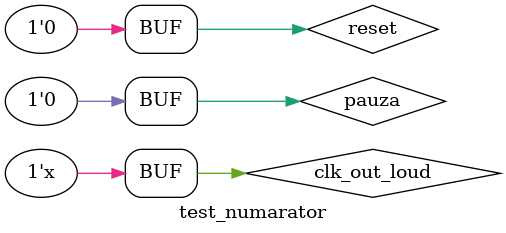
<source format=v>
`timescale 1ns / 1ps


module test_numarator();
        reg clk_out_loud, reset, pauza;
        wire [5:0]valoare_bin;
        wire carry_out;
  BinaryCounter num(clk_out_loud, reset, pauza,valoare_bin, carry_out);
  always #5 clk_out_loud=~clk_out_loud;
  initial begin
  reset=1;
  pauza=0;
  clk_out_loud=1;
  #10;
  reset=0;
  #50
  pauza=1;
  #50 
  pauza=0;
  end
  
endmodule

</source>
